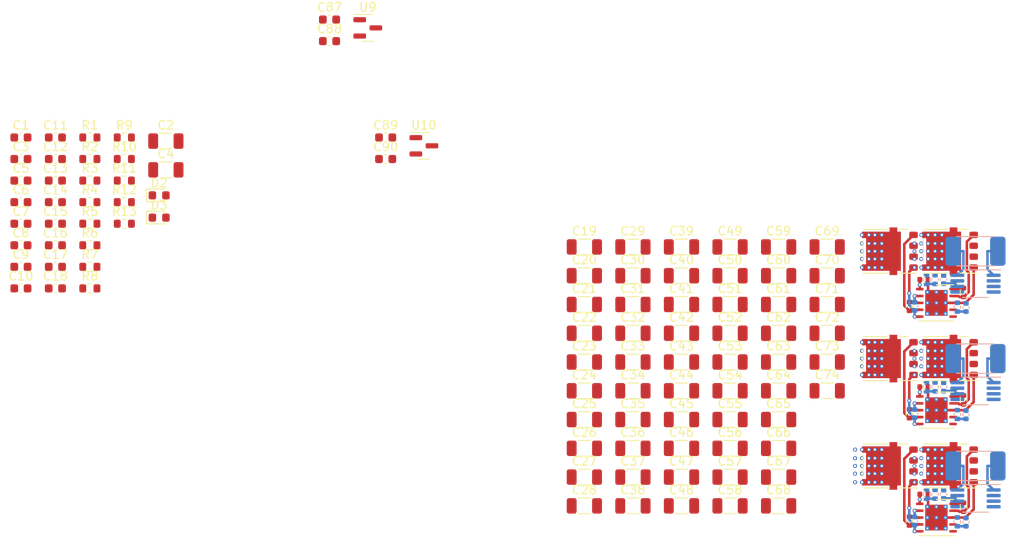
<source format=kicad_pcb>
(kicad_pcb (version 20221018) (generator pcbnew)
  (layers (0 "F.Cu" signal) (1 "In1.Cu" signal) (2 "In2.Cu" signal) (31 "B.Cu" signal) (34 "B.Paste" user) (35 "F.Paste" user) (36 "B.SilkS" user "B.Silkscreen") (37 "F.SilkS" user "F.Silkscreen") (38 "B.Mask" user) (39 "F.Mask" user) (44 "Edge.Cuts" user))
  (net 0 "")
  (net 1 "VDD")
  (net 2 "VSS")
  (net 3 "LI3")
  (net 4 "HI3")
  (net 5 "+5V")
  (net 6 "VAA")
  (net 7 "Net-(U5-HB)")
  (net 8 "I_{senseW}")
  (net 9 "Net-(U5-HOH)")
  (net 10 "Net-(U5-LOH)")
  (net 11 "V_{senseW}")
  (net 12 "/W")
  (net 13 "Net-(U6-OUT)")
  (net 15 "/Half Bridge W/Output")
  (net 16 "/Half Bridge W/HighGate")
  (net 17 "/Half Bridge W/LowGate")
  (net 18 "Net-(D1-K)")
  (net 19 "Net-(U1-BST)")
  (net 20 "SERVO")
  (net 21 "VCC")
  (net 22 "Net-(U2-PA3(ADC123_IN3))")
  (net 23 "TEMP_MOTOR")
  (net 24 "Net-(U2-PH0-OSC_IN)")
  (net 25 "Net-(U2-VCAP1)")
  (net 26 "Net-(U2-VCAP2)")
  (net 27 "Net-(U2-NRST)")
  (net 28 "Net-(U2-PH1-OSC_OUT)")
  (net 29 "Net-(U3-HB)")
  (net 30 "/Half Bridge U/Output")
  (net 31 "I_{senseU}")
  (net 32 "Net-(U7-HB)")
  (net 33 "/Half Bridge V/Output")
  (net 34 "I_{senseV}")
  (net 35 "Net-(D2-K)")
  (net 36 "LED_GREEN")
  (net 37 "Net-(D3-K)")
  (net 38 "LED_RED")
  (net 39 "/Half Bridge U/HighGate")
  (net 40 "/Half Bridge U/LowGate")
  (net 41 "/Half Bridge V/HighGate")
  (net 42 "/Half Bridge V/LowGate")
  (net 43 "Net-(U1-FB)")
  (net 44 "EN")
  (net 45 "servoi")
  (net 46 "Supply_{sense}")
  (net 47 "Net-(P2-Pin_4)")
  (net 48 "USB-DM")
  (net 49 "Net-(P2-Pin_5)")
  (net 50 "USB-DP")
  (net 51 "Net-(U3-HOH)")
  (net 52 "Net-(U3-LOH)")
  (net 53 "V_{senseU}")
  (net 54 "/U")
  (net 55 "Net-(U4-OUT)")
  (net 56 "Net-(U7-HOH)")
  (net 57 "Net-(U7-LOH)")
  (net 58 "V_{senseV}")
  (net 59 "/V")
  (net 60 "Net-(U8-OUT)")
  (net 61 "HI1")
  (net 62 "LI1")
  (net 64 "HI2")
  (net 65 "LI2")
  (footprint "Capacitor_SMD:C_1206_3216Metric" (layer "F.Cu") (at 104.5 81.25)
    (fp_text reference "C64")
    (fp_text value "C")
  )
  (footprint "Package_SO:ONSemi_SO-8FL_488AA" (layer "F.Cu") (at 117.445 65 180)
    (fp_text reference "Q1" hide)
    (fp_text value "NTMFS5C604NLT1G")
  )
  (footprint "Capacitor_SMD:C_1206_3216Metric" (layer "F.Cu") (at 93.2 84.6)
    (fp_text reference "C45")
    (fp_text value "C")
  )
  (footprint "Capacitor_SMD:C_0603_1608Metric" (layer "F.Cu") (at 20.365 59.285)
    (fp_text reference "C14")
    (fp_text value "2.2µF")
  )
  (footprint "Capacitor_SMD:C_1206_3216Metric" (layer "F.Cu") (at 87.55 64.5)
    (fp_text reference "C29")
    (fp_text value "10u")
  )
  (footprint "Capacitor_SMD:C_0603_1608Metric" (layer "F.Cu") (at 20.365 64.305)
    (fp_text reference "C16")
    (fp_text value "100nF")
  )
  (footprint "Capacitor_SMD:C_1206_3216Metric" (layer "F.Cu") (at 110.15 74.55)
    (fp_text reference "C72")
    (fp_text value "C")
  )
  (footprint "Capacitor_SMD:C_1206_3216Metric" (layer "F.Cu") (at 93.2 87.95)
    (fp_text reference "C46")
    (fp_text value "10u")
  )
  (footprint "Capacitor_SMD:C_1206_3216Metric" (layer "F.Cu") (at 87.55 94.65)
    (fp_text reference "C38")
    (fp_text value "C")
  )
  (footprint "Capacitor_SMD:C_1206_3216Metric" (layer "F.Cu") (at 110.15 67.85)
    (fp_text reference "C70")
    (fp_text value "10u")
  )
  (footprint "Capacitor_SMD:C_1206_3216Metric" (layer "F.Cu") (at 81.9 71.2)
    (fp_text reference "C21")
    (fp_text value "C")
  )
  (footprint "Capacitor_SMD:C_0402_1005Metric" (layer "F.Cu") (at 121.4 68.3)
    (fp_text reference "C75" hide)
    (fp_text value "2.2µF")
  )
  (footprint "Capacitor_SMD:C_1206_3216Metric" (layer "F.Cu") (at 104.5 91.3)
    (fp_text reference "C67")
    (fp_text value "10u")
  )
  (footprint "Capacitor_SMD:C_1206_3216Metric" (layer "F.Cu") (at 87.55 74.55)
    (fp_text reference "C32")
    (fp_text value "10u")
  )
  (footprint "Capacitor_SMD:C_0603_1608Metric" (layer "F.Cu") (at 16.355 56.775)
    (fp_text reference "C5")
    (fp_text value "100nF")
  )
  (footprint "Capacitor_SMD:C_0603_1608Metric" (layer "F.Cu") (at 16.355 51.755)
    (fp_text reference "C1")
    (fp_text value "220nF")
  )
  (footprint "Footprints:WSON-10-1EP_4x4mm_P0.8mm_EP2.6x3mm_ThermalVias" (layer "F.Cu") (at 122.8575 96.0124)
    (fp_text reference "U5" hide)
    (fp_text value "LM5113-Q1")
  )
  (footprint "Capacitor_SMD:C_1206_3216Metric" (layer "F.Cu") (at 93.2 81.25)
    (fp_text reference "C44")
    (fp_text value "C")
  )
  (footprint "Package_TO_SOT_SMD:SOT-23" (layer "F.Cu") (at 63.235 52.725)
    (fp_text reference "U10")
    (fp_text value "MCP1700x-330xxTT")
  )
  (footprint "Capacitor_SMD:C_0603_1608Metric" (layer "F.Cu") (at 16.355 54.265)
    (fp_text reference "C3")
    (fp_text value "100nF")
  )
  (footprint "Capacitor_SMD:C_1206_3216Metric" (layer "F.Cu") (at 93.2 64.5)
    (fp_text reference "C39")
    (fp_text value "10u")
  )
  (footprint "Resistor_SMD:R_0402_1005Metric" (layer "F.Cu") (at 126.02 94.8124 -90)
    (fp_text reference "R23" hide)
    (fp_text value "3.9Ω")
  )
  (footprint "Capacitor_SMD:C_1206_3216Metric" (layer "F.Cu") (at 104.5 74.55)
    (fp_text reference "C62")
    (fp_text value "C")
  )
  (footprint "Resistor_SMD:R_0402_1005Metric" (layer "F.Cu") (at 126.020001 82.3124 -90)
    (fp_text reference "R30" hide)
    (fp_text value "3.9Ω")
  )
  (footprint "Package_SO:ONSemi_SO-8FL_488AA" (layer "F.Cu") (at 124.445 77.5 180)
    (fp_text reference "Q6" hide)
    (fp_text value "NTMFS5C604NLT1G")
  )
  (footprint "Package_SO:ONSemi_SO-8FL_488AA" (layer "F.Cu") (at 117.445 90 180)
    (fp_text reference "Q3" hide)
    (fp_text value "NTMFS5C604NLT1G")
  )
  (footprint "Resistor_SMD:R_0603_1608Metric" (layer "F.Cu") (at 24.375 51.755)
    (fp_text reference "R1")
    (fp_text value "10kΩ")
  )
  (footprint "Capacitor_SMD:C_1206_3216Metric" (layer "F.Cu") (at 87.55 87.95)
    (fp_text reference "C36")
    (fp_text value "10u")
  )
  (footprint "Resistor_SMD:R_0402_1005Metric" (layer "F.Cu") (at 126.020001 69.8124 -90)
    (fp_text reference "R16" hide)
    (fp_text value "3.9Ω")
  )
  (footprint "Capacitor_SMD:C_0603_1608Metric" (layer "F.Cu") (at 20.365 66.815)
    (fp_text reference "C17")
    (fp_text value "10pF")
  )
  (footprint "Capacitor_SMD:C_1206_3216Metric" (layer "F.Cu") (at 93.2 94.65)
    (fp_text reference "C48")
    (fp_text value "10u")
  )
  (footprint "Resistor_SMD:R_0603_1608Metric" (layer "F.Cu") (at 28.385 59.285)
    (fp_text reference "R12")
    (fp_text value "22Ω")
  )
  (footprint "Capacitor_SMD:C_1206_3216Metric" (layer "F.Cu") (at 104.5 94.65)
    (fp_text reference "C68")
    (fp_text value "C")
  )
  (footprint "Resistor_SMD:R_0603_1608Metric" (layer "F.Cu") (at 24.375 66.815)
    (fp_text reference "R7")
    (fp_text value "220Ω")
  )
  (footprint "Capacitor_SMD:C_1206_3216Metric" (layer "F.Cu") (at 110.15 64.5)
    (fp_text reference "C69")
    (fp_text value "C")
  )
  (footprint "Resistor_SMD:R_0603_1608Metric" (layer "F.Cu") (at 24.375 56.775)
    (fp_text reference "R3")
    (fp_text value "100kΩ")
  )
  (footprint "Resistor_SMD:R_0603_1608Metric" (layer "F.Cu") (at 24.375 54.265)
    (fp_text reference "R2")
    (fp_text value "54.9kΩ")
  )
  (footprint "Capacitor_SMD:C_1206_3216Metric" (layer "F.Cu") (at 104.5 84.6)
    (fp_text reference "C65")
    (fp_text value "C")
  )
  (footprint "LED_SMD:LED_0603_1608Metric" (layer "F.Cu") (at 32.435 58.495)
    (fp_text reference "D2")
    (fp_text value "LED")
  )
  (footprint "Footprints:WSON-10-1EP_4x4mm_P0.8mm_EP2.6x3mm_ThermalVias" (layer "F.Cu") (at 122.857501 71.0124)
    (fp_text reference "U3" hide)
    (fp_text value "LM5113-Q1")
  )
  (footprint "Capacitor_SMD:C_1206_3216Metric" (layer "F.Cu") (at 98.85 91.3)
    (fp_text reference "C57")
    (fp_text value "C")
  )
  (footprint "Capacitor_SMD:C_1206_3216Metric" (layer "F.Cu") (at 87.55 84.6)
    (fp_text reference "C35")
    (fp_text value "C")
  )
  (footprint "Capacitor_SMD:C_1206_3216Metric" (layer "F.Cu") (at 81.9 74.55)
    (fp_text reference "C22")
    (fp_text value "10u")
  )
  (footprint "Capacitor_SMD:C_1206_3216Metric" (layer "F.Cu") (at 87.55 81.25)
    (fp_text reference "C34")
    (fp_text value "C")
  )
  (footprint "Resistor_SMD:R_0402_1005Metric" (layer "F.Cu") (at 119.720001 71.4224 90)
    (fp_text reference "R15" hide)
    (fp_text value "3.9Ω")
  )
  (footprint "Capacitor_SMD:C_1206_3216Metric" (layer "F.Cu") (at 33.215 55.525)
    (fp_text reference "C4")
    (fp_text value "10µF")
  )
  (footprint "Package_TO_SOT_SMD:SOT-23" (layer "F.Cu") (at 56.705 38.995)
    (fp_text reference "U9")
    (fp_text value "MCP1700x-330xxTT")
  )
  (footprint "Capacitor_SMD:C_1206_3216Metric" (layer "F.Cu") (at 110.15 77.9)
    (fp_text reference "C73")
    (fp_text value "10u")
  )
  (footprint "Resistor_SMD:R_0603_1608Metric" (layer "F.Cu") (at 28.385 51.755)
    (fp_text reference "R9")
    (fp_text value "10kΩ")
  )
  (footprint "Capacitor_SMD:C_1206_3216Metric" (layer "F.Cu") (at 81.9 84.6)
    (fp_text reference "C25")
    (fp_text value "C")
  )
  (footprint "Capacitor_SMD:C_1206_3216Metric" (layer "F.Cu") (at 81.9 87.95)
    (fp_text reference "C26")
    (fp_text value "C")
  )
  (footprint "Capacitor_SMD:C_1206_3216Metric" (layer "F.Cu") (at 110.15 81.25)
    (fp_text reference "C74")
    (fp_text value "C")
  )
  (footprint "Capacitor_SMD:C_1206_3216Metric" (layer "F.Cu") (at 81.9 77.9)
    (fp_text reference "C23")
    (fp_text value "C")
  )
  (footprint "Resistor_SMD:R_0603_1608Metric" (layer "F.Cu") (at 24.375 64.305)
    (fp_text reference "R6")
    (fp_text value "2.2kΩ")
  )
  (footprint "Capacitor_SMD:C_0402_1005Metric" (layer "F.Cu") (at 121.4 80.8)
    (fp_text reference "C83" hide)
    (fp_text value "2.2µF")
  )
  (footprint "Capacitor_SMD:C_0603_1608Metric" (layer "F.Cu") (at 20.365 61.795)
    (fp_text reference "C15")
    (fp_text value "100n")
  )
  (footprint "Capacitor_SMD:C_0603_1608Metric" (layer "F.Cu") (at 16.355 64.305)
    (fp_text reference "C8")
    (fp_text value "100nF")
  )
  (footprint "Resistor_SMD:R_0603_1608Metric" (layer "F.Cu") (at 28.385 54.265)
    (fp_text reference "R10")
    (fp_text value "10kΩ")
  )
  (footprint "Resistor_SMD:R_0603_1608Metric" (layer "F.Cu") (at 28.385 61.795)
    (fp_text reference "R13")
    (fp_text value "22Ω")
  )
  (footprint "Resistor_SMD:R_0603_1608Metric" (layer "F.Cu") (at 28.385 56.775)
    (fp_text reference "R11")
    (fp_text value "10kΩ")
  )
  (footprint "Capacitor_SMD:C_1206_3216Metric" (layer "F.Cu") (at 93.2 91.3)
    (fp_text reference "C47")
    (fp_text value "C")
  )
  (footprint "Resistor_SMD:R_0402_1005Metric" (layer "F.Cu") (at 119.720001 83.9224 90)
    (fp_text reference "R29" hide)
    (fp_text value "3.9Ω")
  )
  (footprint "Capacitor_SMD:C_1206_3216Metric" (layer "F.Cu") (at 81.9 94.65)
    (fp_text reference "C28")
    (fp_text value "C")
  )
  (footprint "Capacitor_SMD:C_1206_3216Metric" (layer "F.Cu") (at 98.85 84.6)
    (fp_text reference "C55")
    (fp_text value "C")
  )
  (footprint "Capacitor_SMD:C_1206_3216Metric" (layer "F.Cu") (at 81.9 91.3)
    (fp_text reference "C27")
    (fp_text value "C")
  )
  (footprint "Capacitor_SMD:C_1206_3216Metric" (layer "F.Cu") (at 81.9 64.5)
    (fp_text reference "C19")
    (fp_text value "10u")
  )
  (footprint "Capacitor_SMD:C_0603_1608Metric" (layer "F.Cu") (at 58.785 51.755)
    (fp_text reference "C89")
    (fp_text value "2.2µF")
  )
  (footprint "Capacitor_SMD:C_1206_3216Metric" (layer "F.Cu") (at 87.55 71.2)
    (fp_text reference "C31")
    (fp_text value "10u")
  )
  (footprint "Capacitor_SMD:C_1206_3216Metric" (layer "F.Cu") (at 104.5 87.95)
    (fp_text reference "C66")
    (fp_text value "10u")
  )
  (footprint "Capacitor_SMD:C_0603_1608Metric" (layer "F.Cu") (at 52.255 40.535)
    (fp_text reference "C88")
    (fp_text value "2.2µF")
  )
  (footprint "Capacitor_SMD:C_0603_1608Metric" (layer "F.Cu") (at 16.355 59.285)
    (fp_text reference "C6")
    (fp_text value "100nF")
  )
  (footprint "Capacitor_SMD:C_1206_3216Metric" (layer "F.Cu") (at 98.85 87.95)
    (fp_text reference "C56")
    (fp_text value "C")
  )
  (footprint "Capacitor_SMD:C_1206_3216Metric" (layer "F.Cu") (at 98.85 74.55)
    (fp_text reference "C52")
    (fp_text value "10u")
  )
  (footprint "Resistor_SMD:R_0603_1608Metric" (layer "F.Cu") (at 24.375 59.285)
    (fp_text reference "R4")
    (fp_text value "100Ω")
  )
  (footprint "Capacitor_SMD:C_1206_3216Metric" (layer "F.Cu") (at 98.85 77.9)
    (fp_text reference "C53")
    (fp_text value "10u")
  )
  (footprint "Capacitor_SMD:C_0603_1608Metric" (layer "F.Cu") (at 20.365 56.775)
    (fp_text reference "C13")
    (fp_text value "2.2µF")
  )
  (footprint "Capacitor_SMD:C_0603_1608Metric" (layer "F.Cu") (at 20.365 51.755)
    (fp_text reference "C11")
    (fp_text value "2.2µF")
  )
  (footprint "Capacitor_SMD:C_1206_3216Metric" (layer "F.Cu") (at 98.85 64.5)
    (fp_text reference "C49")
    (fp_text value "C")
  )
  (footprint "Capacitor_SMD:C_0603_1608Metric" (layer "F.Cu") (at 20.365 69.325)
    (fp_text reference "C18")
    (fp_text value "2.2µF")
  )
  (footprint "Resistor_SMD:R_0402_1005Metric" (layer "F.Cu") (at 119.72 96.4224 90)
    (fp_text reference "R22" hide)
    (fp_text value "3.9Ω")
  )
  (footprint "Capacitor_SMD:C_1206_3216Metric" (layer "F.Cu") (at 104.5 71.2)
    (fp_text reference "C61")
    (fp_text value "C")
  )
  (footprint "Capacitor_SMD:C_1206_3216Metric" (layer "F.Cu") (at 104.5 64.5)
    (fp_text reference "C59")
    (fp_text value "10u")
  )
  (footprint "Package_SO:ONSemi_SO-8FL_488AA" (layer "F.Cu") (at 117.445 77.5 180)
    (fp_text reference "Q5" hide)
    (fp_text value "NTMFS5C604NLT1G")
  )
  (footprint "Package_SO:ONSemi_SO-8FL_488AA" (layer "F.Cu") (at 124.445 65 180)
    (fp_text reference "Q2" hide)
    (fp_text value "NTMFS5C604NLT1G")
  )
  (footprint "Capacitor_SMD:C_1206_3216Metric" (layer "F.Cu") (at 93.2 77.9)
    (fp_text reference "C43")
    (fp_text value "C")
  )
  (footprint "Capacitor_SMD:C_1206_3216Metric" (layer "F.Cu") (at 81.9 81.25)
    (fp_text reference "C24")
    (fp_text value "10u")
  )
  (footprint "Capacitor_SMD:C_1206_3216Metric" (layer "F.Cu") (at 104.5 67.85)
    (fp_text reference "C60")
    (fp_text value "10u")
  )
  (footprint "Resistor_SMD:R_0603_1608Metric" (layer "F.Cu") (at 24.375 61.795)
    (fp_text reference "R5")
    (fp_text value "39kΩ")
  )
  (footprint "Capacitor_SMD:C_0603_1608Metric" (layer "F.Cu") (at 20.365 54.265)
    (fp_text reference "C12")
    (fp_text value "10pF")
  )
  (footprint "Capacitor_SMD:C_1206_3216Metric" (layer "F.Cu") (at 104.5 77.9)
    (fp_text reference "C63")
    (fp_text value "10u")
  )
  (footprint "Capacitor_SMD:C_0402_1005Metric" (layer "F.Cu") (at 121.4 93.3)
    (fp_text reference "C79" hide)
    (fp_text value "2.2µF")
  )
  (footprint "Package_SO:ONSemi_SO-8FL_488AA" (layer "F.Cu") (at 124.445 90 180)
    (fp_text reference "Q4" hide)
    (fp_text value "NTMFS5C604NLT1G")
  )
  (footprint "Capacitor_SMD:C_1206_3216Metric" (layer "F.Cu") (at 87.55 91.3)
    (fp_text reference "C37")
    (fp_text value "C")
  )
  (footprint "Capacitor_SMD:C_1206_3216Metric" (layer "F.Cu") (at 87.55 77.9)
    (fp_text reference "C33")
    (fp_text value "C")
  )
  (footprint "Capacitor_SMD:C_1206_3216Metric" (layer "F.Cu") (at 98.85 81.25)
    (fp_text reference "C54")
    (fp_text value "C")
  )
  (footprint "Capacitor_SMD:C_1206_3216Metric" (layer "F.Cu") (at 110.15 71.2)
    (fp_text reference "C71")
    (fp_text value "C")
  )
  (footprint "Capacitor_SMD:C_1206_3216Metric" (layer "F.Cu") (at 33.215 52.175)
    (fp_text reference "C2")
    (fp_text value "2.2µF")
  )
  (footprint "Capacitor_SMD:C_0603_1608Metric" (layer "F.Cu") (at 16.355 61.795)
    (fp_text reference "C7")
    (fp_text value "100nF")
  )
  (footprint "Capacitor_SMD:C_1206_3216Metric" (layer "F.Cu") (at 98.85 67.85)
    (fp_text reference "C50")
    (fp_text value "C")
  )
  (footprint "Capacitor_SMD:C_0603_1608Metric" (layer "F.Cu") (at 58.785 54.265)
    (fp_text reference "C90")
    (fp_text value "2.2µF")
  )
  (footprint "Footprints:WSON-10-1EP_4x4mm_P0.8mm_EP2.6x3mm_ThermalVias" (layer "F.Cu") (at 122.857501 83.5124)
    (fp_text reference "U7" hide)
    (fp_text value "LM5113-Q1")
  )
  (footprint "LED_SMD:LED_0603_1608Metric" (layer "F.Cu") (at 32.435 61.085)
    (fp_text reference "D3")
    (fp_text value "LED")
  )
  (footprint "Capacitor_SMD:C_1206_3216Metric" (layer "F.Cu") (at 93.2 67.85)
    (fp_text reference "C40")
    (fp_text value "C")
  )
  (footprint "Capacitor_SMD:C_1206_3216Metric" (layer "F.Cu") (at 87.55 67.85)
    (fp_text reference "C30")
    (fp_text value "C")
  )
  (footprint "Capacitor_SMD:C_0603_1608Metric" (layer "F.Cu") (at 16.355 69.325)
    (fp_text reference "C10")
    (fp_text value "2.2µF")
  )
  (footprint "Capacitor_SMD:C_1206_3216Metric" (layer "F.Cu") (at 93.2 71.2)
    (fp_text reference "C41")
    (fp_text value "C")
  )
  (footprint "Capacitor_SMD:C_0603_1608Metric" (layer "F.Cu") (at 16.355 66.815)
    (fp_text reference "C9")
    (fp_text value "100nF")
  )
  (footprint "Capacitor_SMD:C_1206_3216Metric" (layer "F.Cu") (at 98.85 71.2)
    (fp_text reference "C51")
    (fp_text value "C")
  )
  (footprint "Capacitor_SMD:C_1206_3216Metric" (layer "F.Cu") (at 81.9 67.85)
    (fp_text reference "C20")
    (fp_text value "C")
  )
  (footprint "Capacitor_SMD:C_0603_1608Metric" (layer "F.Cu") (at 52.255 38.025)
    (fp_text reference "C87")
    (fp_text value "2.2µF")
  )
  (footprint "Capacitor_SMD:C_1206_3216Metric" (layer "F.Cu") (at 98.85 94.65)
    (fp_text reference "C58")
    (fp_text value "C")
  )
  (footprint "Capacitor_SMD:C_1206_3216Metric" (layer "F.Cu") (at 93.2 74.55)
    (fp_text reference "C42")
    (fp_text value "C")
  )
  (footprint "Resistor_SMD:R_0603_1608Metric" (layer "F.Cu") (at 24.375 69.325)
    (fp_text reference "R8")
    (fp_text value "220Ω")
  )
  (footprint "Capacitor_SMD:C_0402_1005Metric" (layer "B.Cu") (at 126.300001 71.54 -90)
    (fp_text reference "C78" hide)
    (fp_text value "4.7nF")
  )
  (footprint "Resistor_SMD:R_0402_1005Metric" (layer "B.Cu") (at 122.7 68.3 90)
    (fp_text reference "R17" hide)
    (fp_text value "39kΩ")
  )
  (footprint "Capacitor_SMD:C_0402_1005Metric" (layer "B.Cu") (at 126.300001 84.04 -90)
    (fp_text reference "C86" hide)
    (fp_text value "4.7nF")
  )
  (footprint "Capacitor_SMD:C_0402_1005Metric" (layer "B.Cu") (at 120.320001 71.4124 -90)
    (fp_text reference "C76" hide)
    (fp_text value "470nF")
  )
  (footprint "Resistor_SMD:R_0402_1005Metric" (layer "B.Cu") (at 121.7 68.3 -90)
    (fp_text reference "R18" hide)
    (fp_text value "2.2kΩ")
  )
  (footprint "Capacitor_SMD:C_0402_1005Metric" (layer "B.Cu") (at 123.7 93.3 -90)
    (fp_text reference "C81" hide)
    (fp_text value "2.2µF")
  )
  (footprint "Resistor_SMD:R_0402_1005Metric" (layer "B.Cu") (at 125.287501 71.51 -90)
    (fp_text reference "R20" hide)
    (fp_text value "100Ω")
  )
  (footprint "Footprints:R_Shunt_Bourns_CSS2H-2512_6332Metric" (layer "B.Cu") (at 127.4 90 180)
    (fp_text reference "R26" hide)
    (fp_text value "500µΩ")
  )
  (footprint "Capacitor_SMD:C_0402_1005Metric" (layer "B.Cu") (at 120.32 96.4124 -90)
    (fp_text reference "C80" hide)
    (fp_text value "470nF")
  )
  (footprint "Capacitor_SMD:C_0402_1005Metric" (layer "B.Cu") (at 123.700001 68.3 -90)
    (fp_text reference "C77" hide)
    (fp_text value "2.2µF")
  )
  (footprint "Capacitor_SMD:C_0402_1005Metric" (layer "B.Cu") (at 123.700001 80.8 -90)
    (fp_text reference "C85" hide)
    (fp_text value "2.2µF")
  )
  (footprint "Resistor_SMD:R_0402_1005Metric" (layer "B.Cu") (at 121.7 93.3 -90)
    (fp_text reference "R25" hide)
    (fp_text value "2.2kΩ")
  )
  (footprint "Resistor_SMD:R_0402_1005Metric" (layer "B.Cu") (at 122.7 80.8 90)
    (fp_text reference "R31" hide)
    (fp_text value "39kΩ")
  )
  (footprint "Capacitor_SMD:C_0402_1005Metric" (layer "B.Cu") (at 126.3 96.54 -90)
    (fp_text reference "C82" hide)
    (fp_text value "4.7nF")
  )
  (footprint "Package_SO:MSOP-8_3x3mm_P0.65mm" (layer "B.Cu") (at 127.4 68.775 180)
    (fp_text reference "U4" hide)
    (fp_text value "AD8417")
  )
  (footprint "Footprints:R_Shunt_Bourns_CSS2H-2512_6332Metric" (layer "B.Cu") (at 127.4 65 180)
    (fp_text reference "R19" hide)
    (fp_text value "500µΩ")
  )
  (footprint "Resistor_SMD:R_0402_1005Metric" (layer "B.Cu") (at 121.7 80.8 -90)
    (fp_text reference "R32" hide)
    (fp_text value "2.2kΩ")
  )
  (footprint "Resistor_SMD:R_0402_1005Metric" (layer "B.Cu") (at 122.7 93.3 90)
    (fp_text reference "R24" hide)
    (fp_text value "39kΩ")
  )
  (footprint "Resistor_SMD:R_0402_1005Metric" (layer "B.Cu") (at 125.287501 84.01 -90)
    (fp_text reference "R34" hide)
    (fp_text value "100Ω")
  )
  (footprint "Package_SO:MSOP-8_3x3mm_P0.65mm" (layer "B.Cu") (at 127.4 93.775 180)
    (fp_text reference "U6" hide)
    (fp_text value "AD8417")
  )
  (footprint "Footprints:R_Shunt_Bourns_CSS2H-2512_6332Metric" (layer "B.Cu") (at 127.4 77.5 180)
    (fp_text reference "R33" hide)
    (fp_text value "500µΩ")
  )
  (footprint "Resistor_SMD:R_0402_1005Metric" (layer "B.Cu") (at 125.2875 96.51 -90)
    (fp_text reference "R27" hide)
    (fp_text value "100Ω")
  )
  (footprint "Capacitor_SMD:C_0402_1005Metric" (layer "B.Cu") (at 120.320001 83.9124 -90)
    (fp_text reference "C84" hide)
    (fp_text value "470nF")
  )
  (footprint "Package_SO:MSOP-8_3x3mm_P0.65mm" (layer "B.Cu") (at 127.4 81.275 180)
    (fp_text reference "U8" hide)
    (fp_text value "AD8417")
  )
  (gr_line (start 133 62) (end 133 98) (stroke (width 0.001)) (layer "Edge.Cuts"))
  (gr_arc (start 133 98) (mid 132.414214 99.414214) (end 131 100) (stroke (width 0.001)) (layer "Edge.Cuts"))
  (gr_arc (start 131 60) (mid 132.414214 60.585786) (end 133 62) (stroke (width 0.001)) (layer "Edge.Cuts"))
  (gr_line (start 68 100) (end 131 100) (stroke (width 0.001)) (layer "Edge.Cuts"))
  (gr_arc (start 68 62) (mid 68.585786 60.585786) (end 70 60) (stroke (width 0.001)) (layer "Edge.Cuts"))
  (gr_line (start 68 62) (end 68 100) (stroke (width 0.001)) (layer "Edge.Cuts"))
  (gr_arc (start 70 100) (mid 68.585786 99.414214) (end 68 98) (stroke (width 0.001)) (layer "Edge.Cuts"))
  (gr_line (start 70 60) (end 131 60) (stroke (width 0.001)) (layer "Edge.Cuts"))
  (via (at 115 65.9) (size 0.46) (drill 0.254) (layers "F.Cu" "B.Cu") (net 1))
  (via (at 116.5 64.1) (size 0.46) (drill 0.254) (layers "F.Cu" "B.Cu") (net 1))
  (via (at 115.7 89.1) (size 0.46) (drill 0.254) (layers "F.Cu" "B.Cu") (net 1))
  (via (at 115 90) (size 0.46) (drill 0.254) (layers "F.Cu" "B.Cu") (net 1))
  (via (at 115.7 90.9) (size 0.46) (drill 0.254) (layers "F.Cu" "B.Cu") (net 1))
  (via (at 115.7 64.1) (size 0.46) (drill 0.254) (layers "F.Cu" "B.Cu") (net 1))
  (via (at 115 76.6) (size 0.46) (drill 0.254) (layers "F.Cu" "B.Cu") (net 1))
  (via (at 113.4 90) (size 0.46) (drill 0.254) (layers "F.Cu" "B.Cu") (net 1))
  (via (at 115 64.1) (size 0.46) (drill 0.254) (layers "F.Cu" "B.Cu") (net 1))
  (via (at 115 91.9) (size 0.46) (drill 0.254) (layers "F.Cu" "B.Cu") (net 1))
  (via (at 116.5 90) (size 0.46) (drill 0.254) (layers "F.Cu" "B.Cu") (net 1))
  (via (at 115.7 90) (size 0.46) (drill 0.254) (layers "F.Cu" "B.Cu") (net 1))
  (via (at 114.2 89.1) (size 0.46) (drill 0.254) (layers "F.Cu" "B.Cu") (net 1))
  (via (at 113.4 90.9) (size 0.46) (drill 0.254) (layers "F.Cu" "B.Cu") (net 1))
  (via (at 116.5 79.4) (size 0.46) (drill 0.254) (layers "F.Cu" "B.Cu") (net 1))
  (via (at 116.5 76.6) (size 0.46) (drill 0.254) (layers "F.Cu" "B.Cu") (net 1))
  (via (at 116.5 65.9) (size 0.46) (drill 0.254) (layers "F.Cu" "B.Cu") (net 1))
  (via (at 114.2 90) (size 0.46) (drill 0.254) (layers "F.Cu" "B.Cu") (net 1))
  (via (at 114.2 90.9) (size 0.46) (drill 0.254) (layers "F.Cu" "B.Cu") (net 1))
  (via (at 114.2 65) (size 0.46) (drill 0.254) (layers "F.Cu" "B.Cu") (net 1))
  (via (at 115.7 77.5) (size 0.46) (drill 0.254) (layers "F.Cu" "B.Cu") (net 1))
  (via (at 115.7 91.9) (size 0.46) (drill 0.254) (layers "F.Cu" "B.Cu") (net 1))
  (via (at 114.2 64.1) (size 0.46) (drill 0.254) (layers "F.Cu" "B.Cu") (net 1))
  (via (at 115 89.1) (size 0.46) (drill 0.254) (layers "F.Cu" "B.Cu") (net 1))
  (via (at 116.5 77.5) (size 0.46) (drill 0.254) (layers "F.Cu" "B.Cu") (net 1))
  (via (at 115 65) (size 0.46) (drill 0.254) (layers "F.Cu" "B.Cu") (net 1))
  (via (at 116.5 91.9) (size 0.46) (drill 0.254) (layers "F.Cu" "B.Cu") (net 1))
  (via (at 115.7 66.9) (size 0.46) (drill 0.254) (layers "F.Cu" "B.Cu") (net 1))
  (via (at 113.4 89.1) (size 0.46) (drill 0.254) (layers "F.Cu" "B.Cu") (net 1))
  (via (at 115 66.9) (size 0.46) (drill 0.254) (layers "F.Cu" "B.Cu") (net 1))
  (via (at 116.5 75.6) (size 0.46) (drill 0.254) (layers "F.Cu" "B.Cu") (net 1))
  (via (at 115 78.4) (size 0.46) (drill 0.254) (layers "F.Cu" "B.Cu") (net 1))
  (via (at 114.2 63.1) (size 0.46) (drill 0.254) (layers "F.Cu" "B.Cu") (net 1))
  (via (at 115.7 65.9) (size 0.46) (drill 0.254) (layers "F.Cu" "B.Cu") (net 1))
  (via (at 115 88.1) (size 0.46) (drill 0.254) (layers "F.Cu" "B.Cu") (net 1))
  (via (at 115.7 65) (size 0.46) (drill 0.254) (layers "F.Cu" "B.Cu") (net 1))
  (via (at 114.2 65.9) (size 0.46) (drill 0.254) (layers "F.Cu" "B.Cu") (net 1))
  (via (at 115.7 79.4) (size 0.46) (drill 0.254) (layers "F.Cu" "B.Cu") (net 1))
  (via (at 115.7 63.1) (size 0.46) (drill 0.254) (layers "F.Cu" "B.Cu") (net 1))
  (via (at 115.7 75.6) (size 0.46) (drill 0.254) (layers "F.Cu" "B.Cu") (net 1))
  (via (at 116.5 88.1) (size 0.46) (drill 0.254) (layers "F.Cu" "B.Cu") (net 1))
  (via (at 115 77.5) (size 0.46) (drill 0.254) (layers "F.Cu" "B.Cu") (net 1))
  (via (at 114.2 76.6) (size 0.46) (drill 0.254) (layers "F.Cu" "B.Cu") (net 1))
  (via (at 115 63.1) (size 0.46) (drill 0.254) (layers "F.Cu" "B.Cu") (net 1))
  (via (at 115 75.6) (size 0.46) (drill 0.254) (layers "F.Cu" "B.Cu") (net 1))
  (via (at 115.7 88.1) (size 0.46) (drill 0.254) (layers "F.Cu" "B.Cu") (net 1))
  (via (at 114.2 91.9) (size 0.46) (drill 0.254) (layers "F.Cu" "B.Cu") (net 1))
  (via (at 116.5 89.1) (size 0.46) (drill 0.254) (layers "F.Cu" "B.Cu") (net 1))
  (via (at 115.7 78.4) (size 0.46) (drill 0.254) (layers "F.Cu" "B.Cu") (net 1))
  (via (at 115.7 76.6) (size 0.46) (drill 0.254) (layers "F.Cu" "B.Cu") (net 1))
  (via (at 115 79.4) (size 0.46) (drill 0.254) (layers "F.Cu" "B.Cu") (net 1))
  (via (at 116.5 90.9) (size 0.46) (drill 0.254) (layers "F.Cu" "B.Cu") (net 1))
  (via (at 116.5 66.9) (size 0.46) (drill 0.254) (layers "F.Cu" "B.Cu") (net 1))
  (via (at 116.5 65) (size 0.46) (drill 0.254) (layers "F.Cu" "B.Cu") (net 1))
  (via (at 114.2 79.4) (size 0.46) (drill 0.254) (layers "F.Cu" "B.Cu") (net 1))
  (via (at 113.4 88.1) (size 0.46) (drill 0.254) (layers "F.Cu" "B.Cu") (net 1))
  (via (at 116.5 63.1) (size 0.46) (drill 0.254) (layers "F.Cu" "B.Cu") (net 1))
  (via (at 114.2 66.9) (size 0.46) (drill 0.254) (layers "F.Cu" "B.Cu") (net 1))
  (via (at 113.4 91.9) (size 0.46) (drill 0.254) (layers "F.Cu" "B.Cu") (net 1))
  (via (at 114.2 78.4) (size 0.46) (drill 0.254) (layers "F.Cu" "B.Cu") (net 1))
  (via (at 116.5 78.4) (size 0.46) (drill 0.254) (layers "F.Cu" "B.Cu") (net 1))
  (via (at 114.2 88.1) (size 0.46) (drill 0.254) (layers "F.Cu" "B.Cu") (net 1))
  (via (at 115 90.9) (size 0.46) (drill 0.254) (layers "F.Cu" "B.Cu") (net 1))
  (via (at 114.2 77.5) (size 0.46) (drill 0.254) (layers "F.Cu" "B.Cu") (net 1))
  (via (at 114.2 75.6) (size 0.46) (drill 0.254) (layers "F.Cu" "B.Cu") (net 1))
  (segment (start 127.19225 79.405) (end 127.19225 82.556548) (width 0.3) (layer "F.Cu") (net 2))
  (segment (start 127.19225 70.056548) (end 126.236398 71.0124) (width 0.3) (layer "F.Cu") (net 2))
  (segment (start 121.88 68.3) (end 121.88 69.6899) (width 0.3) (layer "F.Cu") (net 2))
  (segment (start 121.88 94.6899) (end 121.8075 94.7624) (width 0.3) (layer "F.Cu") (net 2))
  (segment (start 127.19225 95.056548) (end 126.236398 96.0124) (width 0.3) (layer "F.Cu") (net 2))
  (segment (start 124.795 83.5124) (end 126.236398 83.5124) (width 0.3) (layer "F.Cu") (net 2))
  (segment (start 124.795 96.0124) (end 123.9075 96.0124) (width 0.3) (layer "F.Cu") (net 2))
  (segment (start 121.88 93.3) (end 121.88 94.6899) (width 0.3) (layer "F.Cu") (net 2))
  (segment (start 127.19225 91.905) (end 127.19225 95.056548) (width 0.3) (layer "F.Cu") (net 2))
  (segment (start 121.88 82.1899) (end 121.8075 82.2624) (width 0.3) (layer "F.Cu") (net 2))
  (segment (start 124.795 71.0124) (end 123.9075 71.0124) (width 0.3) (layer "F.Cu") (net 2))
  (segment (start 124.795 96.0124) (end 126.236398 96.0124) (width 0.3) (layer "F.Cu") (net 2))
  (segment (start 121.88 80.8) (end 121.88 82.1899) (width 0.3) (layer "F.Cu") (net 2))
  (segment (start 127.19225 66.905) (end 127.19225 70.056548) (width 0.3) (layer "F.Cu") (net 2))
  (segment (start 124.795 71.0124) (end 126.236398 71.0124) (width 0.3) (layer "F.Cu") (net 2))
  (segment (start 121.88 69.6899) (end 121.8075 69.7624) (width 0.3) (layer "F.Cu") (net 2))
  (segment (start 127.19225 82.556548) (end 126.236398 83.5124) (width 0.3) (layer "F.Cu") (net 2))
  (segment (start 124.795 83.5124) (end 123.9075 83.5124) (width 0.3) (layer "F.Cu") (net 2))
  (segment (start 120.92 94.4124) (end 120.92 93.9) (width 0.3) (layer "F.Cu") (net 5))
  (segment (start 120.92 68.3) (end 120.92 68.9) (width 0.3) (layer "F.Cu") (net 5))
  (segment (start 120.92 81.9124) (end 120.92 81.4) (width 0.3) (layer "F.Cu") (net 5))
  (segment (start 120.92 93.3) (end 120.92 93.9) (width 0.3) (layer "F.Cu") (net 5))
  (segment (start 120.92 80.8) (end 120.92 81.4) (width 0.3) (layer "F.Cu") (net 5))
  (segment (start 120.92 69.4124) (end 120.92 68.9) (width 0.3) (layer "F.Cu") (net 5))
  (via (at 120.92 81.4) (size 0.46) (drill 0.254) (layers "F.Cu" "B.Cu") (net 5))
  (via (at 120.92 68.9) (size 0.46) (drill 0.254) (layers "F.Cu" "B.Cu") (net 5))
  (via (at 120.92 93.9) (size 0.46) (drill 0.254) (layers "F.Cu" "B.Cu") (net 5))
  (segment (start 124.9675 93.78) (end 125.2875 94.1) (width 0.3) (layer "B.Cu") (net 6))
  (segment (start 124.9675 81.28) (end 125.2875 81.6) (width 0.3) (layer "B.Cu") (net 6))
  (segment (start 124.9675 68.78) (end 125.2875 69.1) (width 0.3) (layer "B.Cu") (net 6))
  (segment (start 123.7 81.28) (end 124.9675 81.28) (width 0.3) (layer "B.Cu") (net 6))
  (segment (start 124.9575 81.28) (end 125.2875 80.95) (width 0.3) (layer "B.Cu") (net 6))
  (segment (start 123.7 93.78) (end 124.9675 93.78) (width 0.3) (layer "B.Cu") (net 6))
  (segment (start 123.7 93.78) (end 124.9575 93.78) (width 0.3) (layer "B.Cu") (net 6))
  (segment (start 123.7 68.78) (end 124.9575 68.78) (width 0.3) (layer "B.Cu") (net 6))
  (segment (start 124.9575 93.78) (end 125.2875 93.45) (width 0.3) (layer "B.Cu") (net 6))
  (segment (start 123.7 68.78) (end 124.9675 68.78) (width 0.3) (layer "B.Cu") (net 6))
  (segment (start 124.9575 68.78) (end 125.2875 68.45) (width 0.3) (layer "B.Cu") (net 6))
  (segment (start 123.7 81.28) (end 124.9575 81.28) (width 0.3) (layer "B.Cu") (net 6))
  (segment (start 120.32 95.2124) (end 120.92 95.2124) (width 0.3) (layer "F.Cu") (net 7))
  (via (at 120.32 95.2124) (size 0.46) (drill 0.254) (layers "F.Cu" "B.Cu") (net 7))
  (segment (start 120.32 95.2124) (end 120.32 95.9324) (width 0.3) (layer "B.Cu") (net 7))
  (segment (start 126.3 97.02) (end 125.2875 97.02) (width 0.3) (layer "B.Cu") (net 8))
  (segment (start 120.22 95.9124) (end 119.72 95.9124) (width 0.3) (layer "F.Cu") (net 9))
  (segment (start 120.32 96.0124) (end 120.22 95.9124) (width 0.3) (layer "F.Cu") (net 9))
  (segment (start 120.92 96.0124) (end 120.32 96.0124) (width 0.3) (layer "F.Cu") (net 9))
  (segment (start 125.42 94.4124) (end 125.53 94.3024) (width 0.3) (layer "F.Cu") (net 10))
  (segment (start 125.53 94.3024) (end 126.02 94.3024) (width 0.3) (layer "F.Cu") (net 10))
  (segment (start 124.795 94.4124) (end 125.42 94.4124) (width 0.3) (layer "F.Cu") (net 10))
  (segment (start 121.7 93.81) (end 122.7 93.81) (width 0.3) (layer "B.Cu") (net 11))
  (segment (start 129.5125 92.8) (end 128.8 92.0875) (width 0.3) (layer "B.Cu") (net 12))
  (segment (start 128.8 92.0875) (end 128.8 90) (width 0.3) (layer "B.Cu") (net 12))
  (segment (start 128.8 90) (end 130 90) (width 0.3) (layer "B.Cu") (net 12))
  (segment (start 119.7 92.39725) (end 120.19225 91.905) (width 0.3) (layer "F.Cu") (net 15))
  (segment (start 119.7 94.9) (end 119.7 92.39725) (width 0.3) (layer "F.Cu") (net 15))
  (segment (start 120.32 97.6124) (end 120.92 97.6124) (width 0.3) (layer "F.Cu") (net 15))
  (via (at 121.1 91.9) (size 0.46) (drill 0.254) (layers "F.Cu" "B.Cu") (net 15))
  (via (at 122.7 90) (size 0.46) (drill 0.254) (layers "F.Cu" "B.Cu") (net 15))
  (via (at 121.9 90.9) (size 0.46) (drill 0.254) (layers "F.Cu" "B.Cu") (net 15))
  (via (at 122.7 91.9) (size 0.46) (drill 0.254) (layers "F.Cu" "B.Cu") (net 15))
  (via (at 122.7 89.1) (size 0.46) (drill 0.254) (layers "F.Cu" "B.Cu") (net 15))
  (via (at 123.5 90.9) (size 0.46) (drill 0.254) (layers "F.Cu" "B.Cu") (net 15))
  (via (at 120.3 91.9) (size 0.46) (drill 0.254) (layers "F.Cu" "B.Cu") (net 15))
  (via (at 120.32 97.6124) (size 0.46) (drill 0.254) (layers "F.Cu" "B.Cu") (net 15))
  (via (at 121.1 88.1) (size 0.46) (drill 0.254) (layers "F.Cu" "B.Cu") (net 15))
  (via (at 121.1 90.9) (size 0.46) (drill 0.254) (layers "F.Cu" "B.Cu") (net 15))
  (via (at 121.9 89.1) (size 0.46) (drill 0.254) (layers "F.Cu" "B.Cu") (net 15))
  (via (at 121.1 90) (size 0.46) (drill 0.254) (layers "F.Cu" "B.Cu") (net 15))
  (via (at 123.5 90) (size 0.46) (drill 0.254) (layers "F.Cu" "B.Cu") (net 15))
  (via (at 123.5 88.1) (size 0.46) (drill 0.254) (layers "F.Cu" "B.Cu") (net 15))
  (via (at 123.5 91.9) (size 0.46) (drill 0.254) (layers "F.Cu" "B.Cu") (net 15))
  (via (at 120.3 90) (size 0.46) (drill 0.254) (layers "F.Cu" "B.Cu") (net 15))
  (via (at 120.3 90.9) (size 0.46) (drill 0.254) (layers "F.Cu" "B.Cu") (net 15))
  (via (at 121.9 88.1) (size 0.46) (drill 0.254) (layers "F.Cu" "B.Cu") (net 15))
  (via (at 122.7 90.9) (size 0.46) (drill 0.254) (layers "F.Cu" "B.Cu") (net 15))
  (via (at 120.3 89.1) (size 0.46) (drill 0.254) (layers "F.Cu" "B.Cu") (net 15))
  (via (at 122.7 88.1) (size 0.46) (drill 0.254) (layers "F.Cu" "B.Cu") (net 15))
  (via (at 121.1 89.1) (size 0.46) (drill 0.254) (layers "F.Cu" "B.Cu") (net 15))
  (via (at 123.5 89.1) (size 0.46) (drill 0.254) (layers "F.Cu" "B.Cu") (net 15))
  (via (at 119.7 94.9) (size 0.46) (drill 0.254) (layers "F.Cu" "B.Cu") (net 15))
  (via (at 121.9 90) (size 0.46) (drill 0.254) (layers "F.Cu" "B.Cu") (net 15))
  (via (at 121.9 91.9) (size 0.46) (drill 0.254) (layers "F.Cu" "B.Cu") (net 15))
  (segment (start 125.2875 92.8) (end 126 92.0875) (width 0.3) (layer "B.Cu") (net 15))
  (segment (start 119.7 96.2724) (end 119.7 94.9) (width 0.3) (layer "B.Cu") (net 15))
  (segment (start 120.32 96.8924) (end 120.32 97.6124) (width 0.3) (layer "B.Cu") (net 15))
  (segment (start 126 92.0875) (end 126 90) (width 0.3) (layer "B.Cu") (net 15))
  (segment (start 120.32 96.8924) (end 119.7 96.2724) (width 0.3) (layer "B.Cu") (net 15))
  (segment (start 126 90) (end 124.8 90) (width 0.3) (layer "B.Cu") (net 15))
  (segment (start 120.32 96.8124) (end 120.2 96.9324) (width 0.3) (layer "F.Cu") (net 16))
  (segment (start 120.92 96.8124) (end 120.32 96.8124) (width 0.3) (layer "F.Cu") (net 16))
  (segment (start 120.2 96.9324) (end 119.72 96.9324) (width 0.3) (layer "F.Cu") (net 16))
  (segment (start 119.12 89.16725) (end 119.12 96.3324) (width 0.3) (layer "F.Cu") (net 16))
  (segment (start 119.12 96.3324) (end 119.72 96.9324) (width 0.3) (layer "F.Cu") (net 16))
  (segment (start 120.19225 88.095) (end 119.12 89.16725) (width 0.3) (layer "F.Cu") (net 16))
  (segment (start 126.617 94.7254) (end 126.617 92.491848) (width 0.3) (layer "F.Cu") (net 17))
  (segment (start 125.42 95.2124) (end 125.53 95.3224) (width 0.3) (layer "F.Cu") (net 17))
  (segment (start 126.02 95.3224) (end 126.617 94.7254) (width 0.3) (layer "F.Cu") (net 17))
  (segment (start 126.4 88.88725) (end 127.19225 88.095) (width 0.3) (layer "F.Cu") (net 17))
  (segment (start 126.617 92.491848) (end 126.4 92.274848) (width 0.3) (layer "F.Cu") (net 17))
  (segment (start 126.4 92.274848) (end 126.4 88.88725) (width 0.3) (layer "F.Cu") (net 17))
  (segment (start 125.53 95.3224) (end 126.02 95.3224) (width 0.3) (layer "F.Cu") (net 17))
  (segment (start 124.795 95.2124) (end 125.42 95.2124) (width 0.3) (layer "F.Cu") (net 17))
  (segment (start 120.32 70.2124) (end 120.92 70.2124) (width 0.3) (layer "F.Cu") (net 29))
  (via (at 120.32 70.2124) (size 0.46) (drill 0.254) (layers "F.Cu" "B.Cu") (net 29))
  (segment (start 120.32 70.2124) (end 120.32 70.9324) (width 0.3) (layer "B.Cu") (net 29))
  (segment (start 119.7 69.9) (end 119.7 67.39725) (width 0.3) (layer "F.Cu") (net 30))
  (segment (start 119.7 67.39725) (end 120.19225 66.905) (width 0.3) (layer "F.Cu") (net 30))
  (segment (start 120.32 72.6124) (end 120.92 72.6124) (width 0.3) (layer "F.Cu") (net 30))
  (via (at 122.7 65.9) (size 0.46) (drill 0.254) (layers "F.Cu" "B.Cu") (net 30))
  (via (at 122.7 64.1) (size 0.46) (drill 0.254) (layers "F.Cu" "B.Cu") (net 30))
  (via (at 121.1 63.1) (size 0.46) (drill 0.254) (layers "F.Cu" "B.Cu") (net 30))
  (via (at 120.32 72.6124) (size 0.46) (drill 0.254) (layers "F.Cu" "B.Cu") (net 30))
  (via (at 121.9 66.9) (size 0.46) (drill 0.254) (layers "F.Cu" "B.Cu") (net 30))
  (via (at 122.7 66.9) (size 0.46) (drill 0.254) (layers "F.Cu" "B.Cu") (net 30))
  (via (at 123.5 65) (size 0.46) (drill 0.254) (layers "F.Cu" "B.Cu") (net 30))
  (via (at 121.1 65) (size 0.46) (drill 0.254) (layers "F.Cu" "B.Cu") (net 30))
  (via (at 121.9 65.9) (size 0.46) (drill 0.254) (layers "F.Cu" "B.Cu") (net 30))
  (via (at 120.3 65) (size 0.46) (drill 0.254) (layers "F.Cu" "B.Cu") (net 30))
  (via (at 119.7 69.9) (size 0.46) (drill 0.254) (layers "F.Cu" "B.Cu") (net 30))
  (via (at 123.5 63.1) (size 0.46) (drill 0.254) (layers "F.Cu" "B.Cu") (net 30))
  (via (at 120.3 66.9) (size 0.46) (drill 0.254) (layers "F.Cu" "B.Cu") (net 30))
  (via (at 122.7 63.1) (size 0.46) (drill 0.254) (layers "F.Cu" "B.Cu") (net 30))
  (via (at 121.9 65) (size 0.46) (drill 0.254) (layers "F.Cu" "B.Cu") (net 30))
  (via (at 123.5 66.9) (size 0.46) (drill 0.254) (layers "F.Cu" "B.Cu") (net 30))
  (via (at 121.9 63.1) (size 0.46) (drill 0.254) (layers "F.Cu" "B.Cu") (net 30))
  (via (at 121.9 64.1) (size 0.46) (drill 0.254) (layers "F.Cu" "B.Cu") (net 30))
  (via (at 121.1 66.9) (size 0.46) (drill 0.254) (layers "F.Cu" "B.Cu") (net 30))
  (via (at 123.5 65.9) (size 0.46) (drill 0.254) (layers "F.Cu" "B.Cu") (net 30))
  (via (at 123.5 64.1) (size 0.46) (drill 0.254) (layers "F.Cu" "B.Cu") (net 30))
  (via (at 120.3 65.9) (size 0.46) (drill 0.254) (layers "F.Cu" "B.Cu") (net 30))
  (via (at 121.1 64.1) (size 0.46) (drill 0.254) (layers "F.Cu" "B.Cu") (net 30))
  (via (at 121.1 65.9) (size 0.46) (drill 0.254) (layers "F.Cu" "B.Cu") (net 30))
  (via (at 122.7 65) (size 0.46) (drill 0.254) (layers "F.Cu" "B.Cu") (net 30))
  (via (at 120.3 64.1) (size 0.46) (drill 0.254) (layers "F.Cu" "B.Cu") (net 30))
  (segment (start 120.32 71.8924) (end 119.7 71.2724) (width 0.3) (layer "B.Cu") (net 30))
  (segment (start 120.32 71.8924) (end 120.32 72.6124) (width 0.3) (layer "B.Cu") (net 30))
  (segment (start 126 65) (end 124.8 65) (width 0.3) (layer "B.Cu") (net 30))
  (segment (start 125.2875 67.8) (end 126 67.0875) (width 0.3) (layer "B.Cu") (net 30))
  (segment (start 126 67.0875) (end 126 65) (width 0.3) (layer "B.Cu") (net 30))
  (segment (start 119.7 71.2724) (end 119.7 69.9) (width 0.3) (layer "B.Cu") (net 30))
  (segment (start 126.3 72.02) (end 125.2875 72.02) (width 0.3) (layer "B.Cu") (net 31))
  (segment (start 120.32 82.7124) (end 120.92 82.7124) (width 0.3) (layer "F.Cu") (net 32))
  (via (at 120.32 82.7124) (size 0.46) (drill 0.254) (layers "F.Cu" "B.Cu") (net 32))
  (segment (start 120.32 82.7124) (end 120.32 83.4324) (width 0.3) (layer "B.Cu") (net 32))
  (segment (start 119.7 79.89725) (end 120.19225 79.405) (width 0.3) (layer "F.Cu") (net 33))
  (segment (start 119.7 82.4) (end 119.7 79.89725) (width 0.3) (layer "F.Cu") (net 33))
  (segment (start 120.32 85.1124) (end 120.92 85.1124) (width 0.3) (layer "F.Cu") (net 33))
  (via (at 121.9 78.4) (size 0.46) (drill 0.254) (layers "F.Cu" "B.Cu") (net 33))
  (via (at 121.1 79.4) (size 0.46) (drill 0.254) (layers "F.Cu" "B.Cu") (net 33))
  (via (at 121.9 76.6) (size 0.46) (drill 0.254) (layers "F.Cu" "B.Cu") (net 33))
  (via (at 119.7 82.4) (size 0.46) (drill 0.254) (layers "F.Cu" "B.Cu") (net 33))
  (via (at 122.7 75.6) (size 0.46) (drill 0.254) (layers "F.Cu" "B.Cu") (net 33))
  (via (at 121.1 76.6) (size 0.46) (drill 0.254) (layers "F.Cu" "B.Cu") (net 33))
  (via (at 121.1 77.5) (size 0.46) (drill 0.254) (layers "F.Cu" "B.Cu") (net 33))
  (via (at 121.1 78.4) (size 0.46) (drill 0.254) (layers "F.Cu" "B.Cu") (net 33))
  (via (at 123.5 79.4) (size 0.46) (drill 0.254) (layers "F.Cu" "B.Cu") (net 33))
  (via (at 120.3 79.4) (size 0.46) (drill 0.254) (layers "F.Cu" "B.Cu") (net 33))
  (via (at 121.1 75.6) (size 0.46) (drill 0.254) (layers "F.Cu" "B.Cu") (net 33))
  (via (at 120.32 85.1124) (size 0.46) (drill 0.254) (layers "F.Cu" "B.Cu") (net 33))
  (via (at 120.3 78.4) (size 0.46) (drill 0.254) (layers "F.Cu" "B.Cu") (net 33))
  (via (at 123.5 77.5) (size 0.46) (drill 0.254) (layers "F.Cu" "B.Cu") (net 33))
  (via (at 122.7 79.4) (size 0.46) (drill 0.254) (layers "F.Cu" "B.Cu") (net 33))
  (via (at 120.3 77.5) (size 0.46) (drill 0.254) (layers "F.Cu" "B.Cu") (net 33))
  (via (at 121.9 77.5) (size 0.46) (drill 0.254) (layers "F.Cu" "B.Cu") (net 33))
  (via (at 122.7 78.4) (size 0.46) (drill 0.254) (layers "F.Cu" "B.Cu") (net 33))
  (via (at 123.5 75.6) (size 0.46) (drill 0.254) (layers "F.Cu" "B.Cu") (net 33))
  (via (at 121.9 75.6) (size 0.46) (drill 0.254) (layers "F.Cu" "B.Cu") (net 33))
  (via (at 120.3 76.6) (size 0.46) (drill 0.254) (layers "F.Cu" "B.Cu") (net 33))
  (via (at 123.5 78.4) (size 0.46) (drill 0.254) (layers "F.Cu" "B.Cu") (net 33))
  (via (at 123.5 76.6) (size 0.46) (drill 0.254) (layers "F.Cu" "B.Cu") (net 33))
  (via (at 122.7 77.5) (size 0.46) (drill 0.254) (layers "F.Cu" "B.Cu") (net 33))
  (via (at 122.7 76.6) (size 0.46) (drill 0.254) (layers "F.Cu" "B.Cu") (net 33))
  (via (at 121.9 79.4) (size 0.46) (drill 0.254) (layers "F.Cu" "B.Cu") (net 33))
  (segment (start 120.32 84.3924) (end 119.7 83.7724) (width 0.3) (layer "B.Cu") (net 33))
  (segment (start 120.32 84.3924) (end 120.32 85.1124) (width 0.3) (layer "B.Cu") (net 33))
  (segment (start 125.2875 80.3) (end 126 79.5875) (width 0.3) (layer "B.Cu") (net 33))
  (segment (start 126 79.5875) (end 126 77.5) (width 0.3) (layer "B.Cu") (net 33))
  (segment (start 119.7 83.7724) (end 119.7 82.4) (width 0.3) (layer "B.Cu") (net 33))
  (segment (start 126 77.5) (end 124.8 77.5) (width 0.3) (layer "B.Cu") (net 33))
  (segment (start 126.3 84.52) (end 125.2875 84.52) (width 0.3) (layer "B.Cu") (net 34))
  (segment (start 120.19225 63.095) (end 119.12 64.16725) (width 0.3) (layer "F.Cu") (net 39))
  (segment (start 120.92 71.8124) (end 120.32 71.8124) (width 0.3) (layer "F.Cu") (net 39))
  (segment (start 120.32 71.8124) (end 120.2 71.9324) (width 0.3) (layer "F.Cu") (net 39))
  (segment (start 119.12 64.16725) (end 119.12 71.3324) (width 0.3) (layer "F.Cu") (net 39))
  (segment (start 120.2 71.9324) (end 119.72 71.9324) (width 0.3) (layer "F.Cu") (net 39))
  (segment (start 119.12 71.3324) (end 119.72 71.9324) (width 0.3) (layer "F.Cu") (net 39))
  (segment (start 126.4 63.88725) (end 127.19225 63.095) (width 0.3) (layer "F.Cu") (net 40))
  (segment (start 124.795 70.2124) (end 125.42 70.2124) (width 0.3) (layer "F.Cu") (net 40))
  (segment (start 125.42 70.2124) (end 125.53 70.3224) (width 0.3) (layer "F.Cu") (net 40))
  (segment (start 125.53 70.3224) (end 126.02 70.3224) (width 0.3) (layer "F.Cu") (net 40))
  (segment (start 126.02 70.3224) (end 126.617 69.7254) (width 0.3) (layer "F.Cu") (net 40))
  (segment (start 126.617 67.491848) (end 126.4 67.274848) (width 0.3) (layer "F.Cu") (net 40))
  (segment (start 126.617 69.7254) (end 126.617 67.491848) (width 0.3) (layer "F.Cu") (net 40))
  (segment (start 126.4 67.274848) (end 126.4 63.88725) (width 0.3) (layer "F.Cu") (net 40))
  (segment (start 119.12 76.66725) (end 119.12 83.8324) (width 0.3) (layer "F.Cu") (net 41))
  (segment (start 120.92 84.3124) (end 120.32 84.3124) (width 0.3) (layer "F.Cu") (net 41))
  (segment (start 119.12 83.8324) (end 119.72 84.4324) (width 0.3) (layer "F.Cu") (net 41))
  (segment (start 120.2 84.4324) (end 119.72 84.4324) (width 0.3) (layer "F.Cu") (net 41))
  (segment (start 120.32 84.3124) (end 120.2 84.4324) (width 0.3) (layer "F.Cu") (net 41))
  (segment (start 120.19225 75.595) (end 119.12 76.66725) (width 0.3) (layer "F.Cu") (net 41))
  (segment (start 125.53 82.8224) (end 126.02 82.8224) (width 0.3) (layer "F.Cu") (net 42))
  (segment (start 126.4 79.774848) (end 126.4 76.38725) (width 0.3) (layer "F.Cu") (net 42))
  (segment (start 125.42 82.7124) (end 125.53 82.8224) (width 0.3) (layer "F.Cu") (net 42))
  (segment (start 126.617 82.2254) (end 126.617 79.991848) (width 0.3) (layer "F.Cu") (net 42))
  (segment (start 126.617 79.991848) (end 126.4 79.774848) (width 0.3) (layer "F.Cu") (net 42))
  (segment (start 126.4 76.38725) (end 127.19225 75.595) (width 0.3) (layer "F.Cu") (net 42))
  (segment (start 124.795 82.7124) (end 125.42 82.7124) (width 0.3) (layer "F.Cu") (net 42))
  (segment (start 126.02 82.8224) (end 126.617 82.2254) (width 0.3) (layer "F.Cu") (net 42))
  (segment (start 120.32 71.0124) (end 120.22 70.9124) (width 0.3) (layer "F.Cu") (net 51))
  (segment (start 120.22 70.9124) (end 119.72 70.9124) (width 0.3) (layer "F.Cu") (net 51))
  (segment (start 120.92 71.0124) (end 120.32 71.0124) (width 0.3) (layer "F.Cu") (net 51))
  (segment (start 125.53 69.3024) (end 126.02 69.3024) (width 0.3) (layer "F.Cu") (net 52))
  (segment (start 124.795 69.4124) (end 125.42 69.4124) (width 0.3) (layer "F.Cu") (net 52))
  (segment (start 125.42 69.4124) (end 125.53 69.3024) (width 0.3) (layer "F.Cu") (net 52))
  (segment (start 121.7 68.81) (end 122.7 68.81) (width 0.3) (layer "B.Cu") (net 53))
  (segment (start 128.8 65) (end 130 65) (width 0.3) (layer "B.Cu") (net 54))
  (segment (start 128.8 67.0875) (end 128.8 65) (width 0.3) (layer "B.Cu") (net 54))
  (segment (start 129.5125 67.8) (end 128.8 67.0875) (width 0.3) (layer "B.Cu") (net 54))
  (segment (start 120.92 83.5124) (end 120.32 83.5124) (width 0.3) (layer "F.Cu") (net 56))
  (segment (start 120.22 83.4124) (end 119.72 83.4124) (width 0.3) (layer "F.Cu") (net 56))
  (segment (start 120.32 83.5124) (end 120.22 83.4124) (width 0.3) (layer "F.Cu") (net 56))
  (segment (start 125.42 81.9124) (end 125.53 81.8024) (width 0.3) (layer "F.Cu") (net 57))
  (segment (start 124.795 81.9124) (end 125.42 81.9124) (width 0.3) (layer "F.Cu") (net 57))
  (segment (start 125.53 81.8024) (end 126.02 81.8024) (width 0.3) (layer "F.Cu") (net 57))
  (segment (start 121.7 81.31) (end 122.7 81.31) (width 0.3) (layer "B.Cu") (net 58))
  (segment (start 129.5125 80.3) (end 128.8 79.5875) (width 0.3) (layer "B.Cu") (net 59))
  (segment (start 128.8 77.5) (end 130 77.5) (width 0.3) (layer "B.Cu") (net 59))
  (segment (start 128.8 79.5875) (end 128.8 77.5) (width 0.3) (layer "B.Cu") (net 59))
)
</source>
